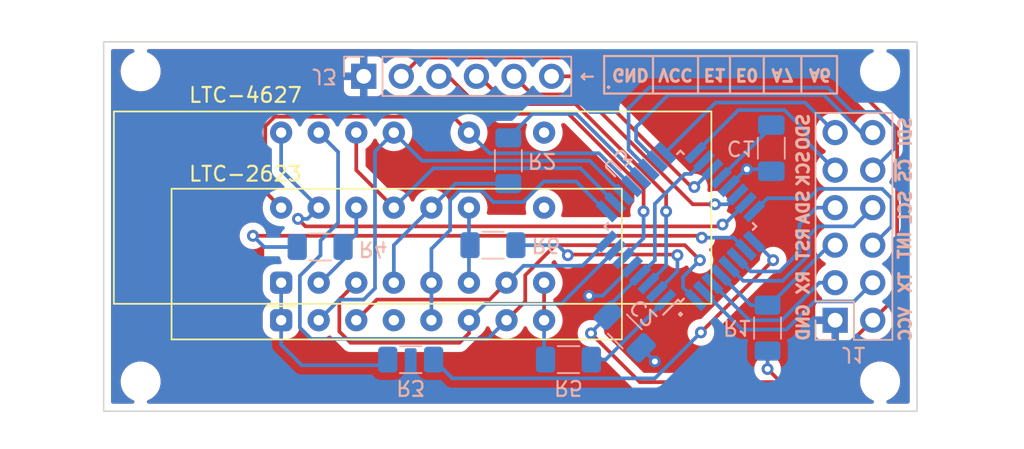
<source format=kicad_pcb>
(kicad_pcb (version 20221018) (generator pcbnew)
  (layers (0 "F.Cu" signal) (31 "B.Cu" signal) (34 "B.Paste" user) (35 "F.Paste" user) (36 "B.SilkS" user "B.Silkscreen") (37 "F.SilkS" user "F.Silkscreen") (38 "B.Mask" user) (39 "F.Mask" user) (44 "Edge.Cuts" user))
  (net 0 "")
  (net 1 "/CA1")
  (net 2 "/CA2")
  (net 3 "/D")
  (net 4 "/CAL")
  (net 5 "/E")
  (net 6 "/CA3")
  (net 7 "/DP")
  (net 8 "/CA4")
  (net 10 "/F")
  (net 11 "/C")
  (net 12 "/A")
  (net 13 "/G")
  (net 14 "/B")
  (net 17 "/PE0")
  (net 18 "/PE1")
  (net 19 "/INT")
  (net 20 "Net-(U3-AREF)")
  (net 21 "GND")
  (net 22 "VCC")
  (net 23 "/RESET")
  (net 24 "/~{CS}")
  (net 25 "/MOSI")
  (net 26 "/MISO")
  (net 27 "/SCK")
  (net 28 "/ADC6")
  (net 29 "/ADC7")
  (net 30 "/SDA")
  (net 31 "/SCL")
  (net 32 "/RX")
  (net 33 "/TX")
  (net 34 "Net-(U3-PB1)")
  (net 35 "Net-(U3-PC2)")
  (net 36 "Net-(U3-PC3)")
  (net 37 "Net-(U3-PD3)")
  (net 38 "Net-(U3-PD4)")
  (footprint "MountingHole:MountingHole_2.2mm_M2" (layer "F.Cu") (at 143.5 137.5)
    (fp_text reference "REF**" hide)
    (fp_text value "MountingHole_2.2mm_M2")
    (pad "" np_thru_hole circle (at 0 0) (size 2.2 2.2) (drill 2.2) (layers "*.Cu" "*.Mask"))
  )
  (footprint "MountingHole:MountingHole_2.2mm_M2" (layer "F.Cu") (at 93.5 137.5)
    (fp_text reference "REF**" hide)
    (fp_text value "MountingHole_2.2mm_M2")
    (pad "" np_thru_hole circle (at 0 0) (size 2.2 2.2) (drill 2.2) (layers "*.Cu" "*.Mask"))
  )
  (footprint "MountingHole:MountingHole_2.2mm_M2" (layer "F.Cu") (at 143.5 116.5)
    (fp_text reference "REF**" hide)
    (fp_text value "MountingHole_2.2mm_M2")
    (pad "" np_thru_hole circle (at 0 0) (size 2.2 2.2) (drill 2.2) (layers "*.Cu" "*.Mask"))
  )
  (footprint "7seg_lib:LTC-4627Jx" (layer "F.Cu") (at 103 130.81 90)
    (fp_text reference "U1")
    (fp_text value "LTC-4627JR")
    (fp_line (start -1.6 -1) (end -1.6 1) (stroke (width 0.12)) (layer "F.SilkS"))
    (fp_line (start -1.43 -11.31) (end -1.43 29.09) (stroke (width 0.12)) (layer "F.SilkS"))
    (fp_line (start -1.43 -11.31) (end 11.59 -11.31) (stroke (width 0.12)) (layer "F.SilkS"))
    (fp_line (start -1.43 29.09) (end 11.59 29.09) (stroke (width 0.12)) (layer "F.SilkS"))
    (fp_line (start 11.59 -11.31) (end 11.59 29.09) (stroke (width 0.12)) (layer "F.SilkS"))
    (pad "1" thru_hole roundrect (at 0 0 90) (size 1.5 1.5) (drill 0.7) (layers "*.Cu" "*.Mask") (net 1 "/CA1"))
    (pad "2" thru_hole circle (at 0 2.54 90) (size 1.5 1.5) (drill 0.7) (layers "*.Cu" "*.Mask") (net 2 "/CA2"))
    (pad "3" thru_hole circle (at 0 5.08 90) (size 1.5 1.5) (drill 0.7) (layers "*.Cu" "*.Mask") (net 3 "/D"))
    (pad "4" thru_hole circle (at 0 7.62 90) (size 1.5 1.5) (drill 0.7) (layers "*.Cu" "*.Mask") (net 4 "/CAL"))
    (pad "5" thru_hole circle (at 0 10.16 90) (size 1.5 1.5) (drill 0.7) (layers "*.Cu" "*.Mask") (net 5 "/E"))
    (pad "6" thru_hole circle (at 0 12.7 90) (size 1.5 1.5) (drill 0.7) (layers "*.Cu" "*.Mask") (net 6 "/CA3"))
    (pad "7" thru_hole circle (at 0 15.24 90) (size 1.5 1.5) (drill 0.7) (layers "*.Cu" "*.Mask") (net 7 "/DP"))
    (pad "8" thru_hole circle (at 0 17.78 90) (size 1.5 1.5) (drill 0.7) (layers "*.Cu" "*.Mask") (net 8 "/CA4"))
    (pad "9" thru_hole circle (at 10.16 17.78 90) (size 1.5 1.5) (drill 0.7) (layers "*.Cu" "*.Mask"))
    (pad "11" thru_hole circle (at 10.16 12.7 90) (size 1.5 1.5) (drill 0.7) (layers "*.Cu" "*.Mask") (net 10 "/F"))
    (pad "13" thru_hole circle (at 10.16 7.62 90) (size 1.5 1.5) (drill 0.7) (layers "*.Cu" "*.Mask") (net 11 "/C"))
    (pad "14" thru_hole circle (at 10.16 5.08 90) (size 1.5 1.5) (drill 0.7) (layers "*.Cu" "*.Mask") (net 12 "/A"))
    (pad "15" thru_hole circle (at 10.16 2.54 90) (size 1.5 1.5) (drill 0.7) (layers "*.Cu" "*.Mask") (net 13 "/G"))
    (pad "16" thru_hole circle (at 10.16 0 90) (size 1.5 1.5) (drill 0.7) (layers "*.Cu" "*.Mask") (net 14 "/B"))
  )
  (footprint "7seg_lib:LTC-2623Jx" (layer "F.Cu") (at 103 133.35 90)
    (fp_text reference "U2")
    (fp_text value "LTC-2623JD")
    (fp_rect (start -1.3 -7.41) (end 8.9 23.04) (stroke (width 0.12)) (fill none) (layer "F.SilkS"))
    (pad "1" thru_hole roundrect (at 0 0 90) (size 1.5 1.5) (drill 0.7) (layers "*.Cu" "*.Mask") (net 1 "/CA1"))
    (pad "2" thru_hole circle (at 0 2.54 90) (size 1.5 1.5) (drill 0.7) (layers "*.Cu" "*.Mask") (net 11 "/C"))
    (pad "3" thru_hole circle (at 0 5.08 90) (size 1.5 1.5) (drill 0.7) (layers "*.Cu" "*.Mask") (net 7 "/DP"))
    (pad "4" thru_hole circle (at 0 7.62 90) (size 1.5 1.5) (drill 0.7) (layers "*.Cu" "*.Mask"))
    (pad "5" thru_hole circle (at 0 10.16 90) (size 1.5 1.5) (drill 0.7) (layers "*.Cu" "*.Mask") (net 5 "/E"))
    (pad "6" thru_hole circle (at 0 12.7 90) (size 1.5 1.5) (drill 0.7) (layers "*.Cu" "*.Mask") (net 3 "/D"))
    (pad "7" thru_hole circle (at 0 15.24 90) (size 1.5 1.5) (drill 0.7) (layers "*.Cu" "*.Mask") (net 13 "/G"))
    (pad "8" thru_hole circle (at 0 17.78 90) (size 1.5 1.5) (drill 0.7) (layers "*.Cu" "*.Mask") (net 8 "/CA4"))
    (pad "9" thru_hole circle (at 7.62 17.78 90) (size 1.5 1.5) (drill 0.7) (layers "*.Cu" "*.Mask"))
    (pad "11" thru_hole circle (at 7.62 12.7 90) (size 1.5 1.5) (drill 0.7) (layers "*.Cu" "*.Mask") (net 6 "/CA3"))
    (pad "12" thru_hole circle (at 7.62 10.16 90) (size 1.5 1.5) (drill 0.7) (layers "*.Cu" "*.Mask") (net 4 "/CAL"))
    (pad "13" thru_hole circle (at 7.62 7.62 90) (size 1.5 1.5) (drill 0.7) (layers "*.Cu" "*.Mask") (net 12 "/A"))
    (pad "14" thru_hole circle (at 7.62 5.08 90) (size 1.5 1.5) (drill 0.7) (layers "*.Cu" "*.Mask") (net 2 "/CA2"))
    (pad "15" thru_hole circle (at 7.62 2.54 90) (size 1.5 1.5) (drill 0.7) (layers "*.Cu" "*.Mask") (net 14 "/B"))
    (pad "16" thru_hole circle (at 7.62 0 90) (size 1.5 1.5) (drill 0.7) (layers "*.Cu" "*.Mask") (net 10 "/F"))
  )
  (footprint "MountingHole:MountingHole_2.2mm_M2" (layer "F.Cu") (at 93.5 116.5)
    (fp_text reference "REF**" hide)
    (fp_text value "MountingHole_2.2mm_M2")
    (pad "" np_thru_hole circle (at 0 0) (size 2.2 2.2) (drill 2.2) (layers "*.Cu" "*.Mask"))
  )
  (footprint "Capacitor_SMD:C_1206_3216Metric_Pad1.33x1.80mm_HandSolder" (layer "B.Cu") (at 136.144 121.7045 -90)
    (fp_text reference "C1" (at 0 2.032 -180 unlocked) (layer "B.SilkS") (effects (justify mirror)))
    (fp_text value "0.1uF")
    (fp_line (start -0.711252 -0.91) (end 0.711252 -0.91) (stroke (width 0.12)) (layer "B.SilkS"))
    (fp_line (start -0.711252 0.91) (end 0.711252 0.91) (stroke (width 0.12)) (layer "B.SilkS"))
    (pad "1" smd roundrect (at -1.5625 0 270) (size 1.325 1.8) (layers "B.Cu" "B.Paste" "B.Mask") (roundrect_rratio 0.188679) (net 20 "Net-(U3-AREF)"))
    (pad "2" smd roundrect (at 1.5625 0 270) (size 1.325 1.8) (layers "B.Cu" "B.Paste" "B.Mask") (roundrect_rratio 0.188679) (net 21 "GND"))
  )
  (footprint "Resistor_SMD:R_1206_3216Metric_Pad1.30x1.75mm_HandSolder" (layer "B.Cu") (at 118.364 122.555 -90)
    (fp_text reference "R2" (at 0 -2.286 -180 unlocked) (layer "B.SilkS") (effects (justify mirror)))
    (fp_text value "220")
    (fp_line (start -0.727064 -0.91) (end 0.727064 -0.91) (stroke (width 0.12)) (layer "B.SilkS"))
    (fp_line (start -0.727064 0.91) (end 0.727064 0.91) (stroke (width 0.12)) (layer "B.SilkS"))
    (pad "1" smd roundrect (at -1.55 0 270) (size 1.3 1.75) (layers "B.Cu" "B.Paste" "B.Mask") (roundrect_rratio 0.192308) (net 34 "Net-(U3-PB1)"))
    (pad "2" smd roundrect (at 1.55 0 270) (size 1.3 1.75) (layers "B.Cu" "B.Paste" "B.Mask") (roundrect_rratio 0.192308) (net 4 "/CAL"))
  )
  (footprint "Connector_PinHeader_2.54mm:PinHeader_2x06_P2.54mm_Vertical" (layer "B.Cu") (at 140.462 133.35)
    (fp_text reference "J1" (at 1.27 2.33 180 unlocked) (layer "B.SilkS") (effects (justify mirror)))
    (fp_text value "Conn_02x06_Odd_Even")
    (fp_line (start -1.33 -14.03) (end 3.87 -14.03) (stroke (width 0.12)) (layer "B.SilkS"))
    (fp_line (start -1.33 -1.27) (end -1.33 -14.03) (stroke (width 0.12)) (layer "B.SilkS"))
    (fp_line (start -1.33 -1.27) (end 1.27 -1.27) (stroke (width 0.12)) (layer "B.SilkS"))
    (fp_line (start -1.33 0) (end -1.33 1.33) (stroke (width 0.12)) (layer "B.SilkS"))
    (fp_line (start -1.33 1.33) (end 0 1.33) (stroke (width 0.12)) (layer "B.SilkS"))
    (fp_line (start 1.27 -1.27) (end 1.27 1.33) (stroke (width 0.12)) (layer "B.SilkS"))
    (fp_line (start 1.27 1.33) (end 3.87 1.33) (stroke (width 0.12)) (layer "B.SilkS"))
    (fp_line (start 3.87 1.33) (end 3.87 -14.03) (stroke (width 0.12)) (layer "B.SilkS"))
    (pad "1" thru_hole rect (at 0 0) (size 1.7 1.7) (drill 1) (layers "*.Cu" "*.Mask") (net 21 "GND"))
    (pad "2" thru_hole oval (at 2.54 0) (size 1.7 1.7) (drill 1) (layers "*.Cu" "*.Mask") (net 22 "VCC"))
    (pad "3" thru_hole oval (at 0 -2.54) (size 1.7 1.7) (drill 1) (layers "*.Cu" "*.Mask") (net 32 "/RX"))
    (pad "4" thru_hole oval (at 2.54 -2.54) (size 1.7 1.7) (drill 1) (layers "*.Cu" "*.Mask") (net 33 "/TX"))
    (pad "5" thru_hole oval (at 0 -5.08) (size 1.7 1.7) (drill 1) (layers "*.Cu" "*.Mask") (net 23 "/RESET"))
    (pad "6" thru_hole oval (at 2.54 -5.08) (size 1.7 1.7) (drill 1) (layers "*.Cu" "*.Mask") (net 19 "/INT"))
    (pad "7" thru_hole oval (at 0 -7.62) (size 1.7 1.7) (drill 1) (layers "*.Cu" "*.Mask") (net 30 "/SDA"))
    (pad "8" thru_hole oval (at 2.54 -7.62) (size 1.7 1.7) (drill 1) (layers "*.Cu" "*.Mask") (net 31 "/SCL"))
    (pad "9" thru_hole oval (at 0 -10.16) (size 1.7 1.7) (drill 1) (layers "*.Cu" "*.Mask") (net 27 "/SCK"))
    (pad "10" thru_hole oval (at 2.54 -10.16) (size 1.7 1.7) (drill 1) (layers "*.Cu" "*.Mask") (net 24 "/~{CS}"))
    (pad "11" thru_hole oval (at 0 -12.7) (size 1.7 1.7) (drill 1) (layers "*.Cu" "*.Mask") (net 26 "/MISO"))
    (pad "12" thru_hole oval (at 2.54 -12.7) (size 1.7 1.7) (drill 1) (layers "*.Cu" "*.Mask") (net 25 "/MOSI"))
  )
  (footprint "Resistor_SMD:R_1206_3216Metric_Pad1.30x1.75mm_HandSolder" (layer "B.Cu") (at 135.89 133.884 90)
    (fp_text reference "R1" (at 0.026 -2.032 180 unlocked) (layer "B.SilkS") (effects (justify mirror)))
    (fp_text value "R")
    (fp_line (start -0.727064 -0.91) (end 0.727064 -0.91) (stroke (width 0.12)) (layer "B.SilkS"))
    (fp_line (start -0.727064 0.91) (end 0.727064 0.91) (stroke (width 0.12)) (layer "B.SilkS"))
    (pad "1" smd roundrect (at -1.55 0 90) (size 1.3 1.75) (layers "B.Cu" "B.Paste" "B.Mask") (roundrect_rratio 0.192308) (net 22 "VCC"))
    (pad "2" smd roundrect (at 1.55 0 90) (size 1.3 1.75) (layers "B.Cu" "B.Paste" "B.Mask") (roundrect_rratio 0.192308) (net 23 "/RESET"))
  )
  (footprint "Resistor_SMD:R_1206_3216Metric_Pad1.30x1.75mm_HandSolder" (layer "B.Cu") (at 111.76 136.017 180)
    (fp_text reference "R3" (at 0 -1.905 180 unlocked) (layer "B.SilkS") (effects (justify mirror)))
    (fp_text value "220")
    (fp_line (start -0.727064 -0.91) (end 0.727064 -0.91) (stroke (width 0.12)) (layer "B.SilkS"))
    (fp_line (start -0.727064 0.91) (end 0.727064 0.91) (stroke (width 0.12)) (layer "B.SilkS"))
    (pad "1" smd roundrect (at -1.55 0 180) (size 1.3 1.75) (layers "B.Cu" "B.Paste" "B.Mask") (roundrect_rratio 0.192308) (net 35 "Net-(U3-PC2)"))
    (pad "2" smd roundrect (at 1.55 0 180) (size 1.3 1.75) (layers "B.Cu" "B.Paste" "B.Mask") (roundrect_rratio 0.192308) (net 1 "/CA1"))
  )
  (footprint "Capacitor_SMD:C_1206_3216Metric_Pad1.33x1.80mm_HandSolder" (layer "B.Cu") (at 126.238 134.112 -45)
    (fp_text reference "C2" (at 0 -1.796051 135 unlocked) (layer "B.SilkS") (effects (justify mirror)))
    (fp_text value "0.1uF")
    (fp_line (start -0.711252 -0.91) (end 0.711252 -0.91) (stroke (width 0.12)) (layer "B.SilkS"))
    (fp_line (start -0.711252 0.91) (end 0.711252 0.91) (stroke (width 0.12)) (layer "B.SilkS"))
    (pad "1" smd roundrect (at -1.5625 0 315) (size 1.325 1.8) (layers "B.Cu" "B.Paste" "B.Mask") (roundrect_rratio 0.188679) (net 22 "VCC"))
    (pad "2" smd roundrect (at 1.5625 0 315) (size 1.325 1.8) (layers "B.Cu" "B.Paste" "B.Mask") (roundrect_rratio 0.188679) (net 21 "GND"))
  )
  (footprint "Resistor_SMD:R_1206_3216Metric_Pad1.30x1.75mm_HandSolder" (layer "B.Cu") (at 117.322 128.27 180)
    (fp_text reference "R6" (at -3.582 0 180 unlocked) (layer "B.SilkS") (effects (justify mirror)))
    (fp_text value "220")
    (fp_line (start -0.727064 -0.91) (end 0.727064 -0.91) (stroke (width 0.12)) (layer "B.SilkS"))
    (fp_line (start -0.727064 0.91) (end 0.727064 0.91) (stroke (width 0.12)) (layer "B.SilkS"))
    (pad "1" smd roundrect (at -1.55 0 180) (size 1.3 1.75) (layers "B.Cu" "B.Paste" "B.Mask") (roundrect_rratio 0.192308) (net 38 "Net-(U3-PD4)"))
    (pad "2" smd roundrect (at 1.55 0 180) (size 1.3 1.75) (layers "B.Cu" "B.Paste" "B.Mask") (roundrect_rratio 0.192308) (net 6 "/CA3"))
  )
  (footprint "Resistor_SMD:R_1206_3216Metric_Pad1.30x1.75mm_HandSolder" (layer "B.Cu") (at 105.638 128.397)
    (fp_text reference "R4" (at 3.582 0.127 180 unlocked) (layer "B.SilkS") (effects (justify mirror)))
    (fp_text value "220")
    (fp_line (start -0.727064 -0.91) (end 0.727064 -0.91) (stroke (width 0.12)) (layer "B.SilkS"))
    (fp_line (start -0.727064 0.91) (end 0.727064 0.91) (stroke (width 0.12)) (layer "B.SilkS"))
    (pad "1" smd roundrect (at -1.55 0) (size 1.3 1.75) (layers "B.Cu" "B.Paste" "B.Mask") (roundrect_rratio 0.192308) (net 36 "Net-(U3-PC3)"))
    (pad "2" smd roundrect (at 1.55 0) (size 1.3 1.75) (layers "B.Cu" "B.Paste" "B.Mask") (roundrect_rratio 0.192308) (net 2 "/CA2"))
  )
  (footprint "Resistor_SMD:R_1206_3216Metric_Pad1.30x1.75mm_HandSolder" (layer "B.Cu") (at 122.428 136.017 180)
    (fp_text reference "R5" (at 0 -1.905 180 unlocked) (layer "B.SilkS") (effects (justify mirror)))
    (fp_text value "220")
    (fp_line (start -0.727064 -0.91) (end 0.727064 -0.91) (stroke (width 0.12)) (layer "B.SilkS"))
    (fp_line (start -0.727064 0.91) (end 0.727064 0.91) (stroke (width 0.12)) (layer "B.SilkS"))
    (pad "1" smd roundrect (at -1.55 0 180) (size 1.3 1.75) (layers "B.Cu" "B.Paste" "B.Mask") (roundrect_rratio 0.192308) (net 37 "Net-(U3-PD3)"))
    (pad "2" smd roundrect (at 1.55 0 180) (size 1.3 1.75) (layers "B.Cu" "B.Paste" "B.Mask") (roundrect_rratio 0.192308) (net 8 "/CA4"))
  )
  (footprint "Connector_PinHeader_2.54mm:PinHeader_1x06_P2.54mm_Vertical" (layer "B.Cu") (at 108.585 116.84 -90)
    (fp_text reference "J3" (at 0 2.667 -180 unlocked) (layer "B.SilkS") (effects (justify mirror)))
    (fp_text value "Conn_01x06")
    (fp_line (start -1.33 -14.03) (end 1.33 -14.03) (stroke (width 0.12)) (layer "B.SilkS"))
    (fp_line (start -1.33 -1.27) (end -1.33 -14.03) (stroke (width 0.12)) (layer "B.SilkS"))
    (fp_line (start -1.33 -1.27) (end 1.33 -1.27) (stroke (width 0.12)) (layer "B.SilkS"))
    (fp_line (start -1.33 0) (end -1.33 1.33) (stroke (width 0.12)) (layer "B.SilkS"))
    (fp_line (start -1.33 1.33) (end 0 1.33) (stroke (width 0.12)) (layer "B.SilkS"))
    (fp_line (start 1.33 -1.27) (end 1.33 -14.03) (stroke (width 0.12)) (layer "B.SilkS"))
    (pad "1" thru_hole rect (at 0 0 270) (size 1.7 1.7) (drill 1) (layers "*.Cu" "*.Mask") (net 21 "GND"))
    (pad "2" thru_hole oval (at 0 -2.54 270) (size 1.7 1.7) (drill 1) (layers "*.Cu" "*.Mask") (net 22 "VCC"))
    (pad "3" thru_hole oval (at 0 -5.08 270) (size 1.7 1.7) (drill 1) (layers "*.Cu" "*.Mask") (net 18 "/PE1"))
    (pad "4" thru_hole oval (at 0 -7.62 270) (size 1.7 1.7) (drill 1) (layers "*.Cu" "*.Mask") (net 17 "/PE0"))
    (pad "5" thru_hole oval (at 0 -10.16 270) (size 1.7 1.7) (drill 1) (layers "*.Cu" "*.Mask") (net 29 "/ADC7"))
    (pad "6" thru_hole oval (at 0 -12.7 270) (size 1.7 1.7) (drill 1) (layers "*.Cu" "*.Mask") (net 28 "/ADC6"))
  )
  (footprint "Package_QFP:TQFP-32_7x7mm_P0.8mm" (layer "B.Cu") (at 130 127 45)
    (fp_text reference "U3" (at 0.033941 -6.072633 225 unlocked) (layer "B.SilkS") (effects (justify mirror)))
    (fp_text value "ATmega328PB-A")
    (fp_line (start -3.625 -3.625) (end -3.625 -3.3) (stroke (width 0.15)) (layer "B.SilkS"))
    (fp_line (start -3.625 -3.625) (end -3.3 -3.625) (stroke (width 0.15)) (layer "B.SilkS"))
    (fp_line (start -3.625 3.4) (end -5.05 3.4) (stroke (width 0.15)) (layer "B.SilkS"))
    (fp_line (start -3.625 3.625) (end -3.625 3.4) (stroke (width 0.15)) (layer "B.SilkS"))
    (fp_line (start -3.625 3.625) (end -3.3 3.625) (stroke (width 0.15)) (layer "B.SilkS"))
    (fp_line (start 3.625 -3.625) (end 3.3 -3.625) (stroke (width 0.15)) (layer "B.SilkS"))
    (fp_line (start 3.625 -3.625) (end 3.625 -3.3) (stroke (width 0.15)) (layer "B.SilkS"))
    (fp_line (start 3.625 3.625) (end 3.3 3.625) (stroke (width 0.15)) (layer "B.SilkS"))
    (fp_line (start 3.625 3.625) (end 3.625 3.3) (stroke (width 0.15)) (layer "B.SilkS"))
    (pad "1" smd rect (at -4.25 2.8 45) (size 1.6 0.55) (layers "B.Cu" "B.Paste" "B.Mask") (net 37 "Net-(U3-PD3)"))
    (pad "2" smd rect (at -4.25 2 45) (size 1.6 0.55) (layers "B.Cu" "B.Paste" "B.Mask") (net 38 "Net-(U3-PD4)"))
    (pad "3" smd rect (at -4.25 1.2 45) (size 1.6 0.55) (layers "B.Cu" "B.Paste" "B.Mask") (net 17 "/PE0"))
    (pad "4" smd rect (at -4.25 0.4 45) (size 1.6 0.55) (layers "B.Cu" "B.Paste" "B.Mask") (net 22 "VCC"))
    (pad "5" smd rect (at -4.25 -0.4 45) (size 1.6 0.55) (layers "B.Cu" "B.Paste" "B.Mask") (net 21 "GND"))
    (pad "6" smd rect (at -4.25 -1.2 45) (size 1.6 0.55) (layers "B.Cu" "B.Paste" "B.Mask") (net 18 "/PE1"))
    (pad "7" smd rect (at -4.25 -2 45) (size 1.6 0.55) (layers "B.Cu" "B.Paste" "B.Mask") (net 3 "/D"))
    (pad "8" smd rect (at -4.25 -2.8 45) (size 1.6 0.55) (layers "B.Cu" "B.Paste" "B.Mask") (net 7 "/DP"))
    (pad "9" smd rect (at -2.8 -4.25 315) (size 1.6 0.55) (layers "B.Cu" "B.Paste" "B.Mask") (net 5 "/E"))
    (pad "10" smd rect (at -2 -4.25 315) (size 1.6 0.55) (layers "B.Cu" "B.Paste" "B.Mask") (net 12 "/A"))
    (pad "11" smd rect (at -1.2 -4.25 315) (size 1.6 0.55) (layers "B.Cu" "B.Paste" "B.Mask") (net 11 "/C"))
    (pad "12" smd rect (at -0.4 -4.25 315) (size 1.6 0.55) (layers "B.Cu" "B.Paste" "B.Mask") (net 10 "/F"))
    (pad "13" smd rect (at 0.4 -4.25 315) (size 1.6 0.55) (layers "B.Cu" "B.Paste" "B.Mask") (net 34 "Net-(U3-PB1)"))
    (pad "14" smd rect (at 1.2 -4.25 315) (size 1.6 0.55) (layers "B.Cu" "B.Paste" "B.Mask") (net 24 "/~{CS}"))
    (pad "15" smd rect (at 2 -4.25 315) (size 1.6 0.55) (layers "B.Cu" "B.Paste" "B.Mask") (net 25 "/MOSI"))
    (pad "16" smd rect (at 2.8 -4.25 315) (size 1.6 0.55) (layers "B.Cu" "B.Paste" "B.Mask") (net 26 "/MISO"))
    (pad "17" smd rect (at 4.25 -2.8 45) (size 1.6 0.55) (layers "B.Cu" "B.Paste" "B.Mask") (net 27 "/SCK"))
    (pad "18" smd rect (at 4.25 -2 45) (size 1.6 0.55) (layers "B.Cu" "B.Paste" "B.Mask") (net 22 "VCC"))
    (pad "19" smd rect (at 4.25 -1.2 45) (size 1.6 0.55) (layers "B.Cu" "B.Paste" "B.Mask") (net 28 "/ADC6"))
    (pad "20" smd rect (at 4.25 -0.4 45) (size 1.6 0.55) (layers "B.Cu" "B.Paste" "B.Mask") (net 20 "Net-(U3-AREF)"))
    (pad "21" smd rect (at 4.25 0.4 45) (size 1.6 0.55) (layers "B.Cu" "B.Paste" "B.Mask") (net 21 "GND"))
    (pad "22" smd rect (at 4.25 1.2 45) (size 1.6 0.55) (layers "B.Cu" "B.Paste" "B.Mask") (net 29 "/ADC7"))
    (pad "23" smd rect (at 4.25 2 45) (size 1.6 0.55) (layers "B.Cu" "B.Paste" "B.Mask") (net 14 "/B"))
    (pad "24" smd rect (at 4.25 2.8 45) (size 1.6 0.55) (layers "B.Cu" "B.Paste" "B.Mask") (net 19 "/INT"))
    (pad "25" smd rect (at 2.8 4.25 315) (size 1.6 0.55) (layers "B.Cu" "B.Paste" "B.Mask") (net 35 "Net-(U3-PC2)"))
    (pad "26" smd rect (at 2 4.25 315) (size 1.6 0.55) (layers "B.Cu" "B.Paste" "B.Mask") (net 36 "Net-(U3-PC3)"))
    (pad "27" smd rect (at 1.2 4.25 315) (size 1.6 0.55) (layers "B.Cu" "B.Paste" "B.Mask") (net 30 "/SDA"))
    (pad "28" smd rect (at 0.4 4.25 315) (size 1.6 0.55) (layers "B.Cu" "B.Paste" "B.Mask") (net 31 "/SCL"))
    (pad "29" smd rect (at -0.4 4.25 315) (size 1.6 0.55) (layers "B.Cu" "B.Paste" "B.Mask") (net 23 "/RESET"))
    (pad "30" smd rect (at -1.2 4.25 315) (size 1.6 0.55) (layers "B.Cu" "B.Paste" "B.Mask") (net 32 "/RX"))
    (pad "31" smd rect (at -2 4.25 315) (size 1.6 0.55) (layers "B.Cu" "B.Paste" "B.Mask") (net 33 "/TX"))
    (pad "32" smd rect (at -2.8 4.25 315) (size 1.6 0.55) (layers "B.Cu" "B.Paste" "B.Mask") (net 13 "/G"))
  )
  (gr_line (start 138.176 115.4684) (end 138.176 117.8814) (stroke (width 0.15)) (layer "B.SilkS"))
  (gr_line (start 128.143 115.5319) (end 128.143 117.9449) (stroke (width 0.15)) (layer "B.SilkS"))
  (gr_line (start 133.35 115.5319) (end 133.35 117.9449) (stroke (width 0.15)) (layer "B.SilkS"))
  (gr_line (start 135.636 115.5319) (end 135.636 117.9449) (stroke (width 0.15)) (layer "B.SilkS"))
  (gr_line (start 131.191 115.5319) (end 131.191 117.9449) (stroke (width 0.15)) (layer "B.SilkS"))
  (gr_rect (start 124.841 115.4684) (end 140.589 118.0084) (stroke (width 0.15)) (fill none) (layer "B.SilkS"))
  (gr_rect (start 90.996 114.508) (end 145.996 139.508) (stroke (width 0.1)) (fill none) (layer "Edge.Cuts"))
  (gr_text "VCC" (at 129.667 116.7384 180) (layer "B.SilkS") (effects (font (size 0.8 0.8) (thickness 0.2) bold) (justify mirror)))
  (gr_text "A6" (at 139.446 116.7384 180) (layer "B.SilkS") (effects (font (size 0.8 0.8) (thickness 0.2) bold) (justify mirror)))
  (gr_text "." (at 125.476 117.7544) (layer "B.SilkS") (effects (font (size 1 1)) (justify left bottom mirror)))
  (gr_text "TX" (at 145.2 130.8 90) (layer "B.SilkS") (effects (font (size 0.8 0.8) (thickness 0.2) bold) (justify mirror)))
  (gr_text "SDO" (at 138.3 120.6 90) (layer "B.SilkS") (effects (font (size 0.8 0.8) (thickness 0.2) bold) (justify mirror)))
  (gr_text "A7" (at 136.906 116.7384 180) (layer "B.SilkS") (effects (font (size 0.8 0.8) (thickness 0.2) bold) (justify mirror)))
  (gr_text "RST\n" (at 138.3 128.2 90) (layer "B.SilkS") (effects (font (size 0.8 0.8) (thickness 0.2) bold) (justify mirror)))
  (gr_text "VCC" (at 145.2 133.6 90) (layer "B.SilkS") (effects (font (size 0.8 0.8) (thickness 0.2) bold) (justify mirror)))
  (gr_text "E0" (at 134.493 116.7384 180) (layer "B.SilkS") (effects (font (size 0.8 0.8) (thickness 0.2) bold) (justify mirror)))
  (gr_text "GND" (at 138.3 133.5 90) (layer "B.SilkS") (effects (font (size 0.8 0.8) (thickness 0.2) bold) (justify mirror)))
  (gr_text "SDI" (at 145.2 120.6 90) (layer "B.SilkS") (effects (font (size 0.8 0.8) (thickness 0.2) bold) (justify mirror)))
  (gr_text "~{CS}" (at 145.2 123.2 90) (layer "B.SilkS") (effects (font (size 0.8 0.8) (thickness 0.2) bold) (justify mirror)))
  (gr_text "→" (at 123.698 116.7892) (layer "B.SilkS") (effects (font (size 1 1)) (justify mirror)))
  (gr_text "SCL\n" (at 145.2 125.7 90) (layer "B.SilkS") (effects (font (size 0.8 0.8) (thickness 0.2) bold) (justify mirror)))
  (gr_text "E1" (at 132.334 116.7384 180) (layer "B.SilkS") (effects (font (size 0.8 0.8) (thickness 0.2) bold) (justify mirror)))
  (gr_text "SDA\n" (at 138.3 125.7 90) (layer "B.SilkS") (effects (font (size 0.8 0.8) (thickness 0.2) bold) (justify mirror)))
  (gr_text "RX" (at 138.3 130.8 90) (layer "B.SilkS") (effects (font (size 0.8 0.8) (thickness 0.2) bold) (justify mirror)))
  (gr_text "SCK" (at 138.3 123.1 90) (layer "B.SilkS") (effects (font (size 0.8 0.8) (thickness 0.2) bold) (justify mirror)))
  (gr_text "." (at 130 132.126524) (layer "B.SilkS") (effects (font (size 2 2)) (justify mirror)))
  (gr_text "GND" (at 126.619 116.7384 180) (layer "B.SilkS") (effects (font (size 0.8 0.8) (thickness 0.2) bold) (justify mirror)))
  (gr_text "INT" (at 145.161 128.27 90) (layer "B.SilkS") (effects (font (size 0.8 0.8) (thickness 0.2) bold) (justify mirror)))
  (gr_text "LTC-4627" (at 100.584 118.11) (layer "F.SilkS") (effects (font (size 1 1))))
  (gr_text "LTC-2623" (at 100.584 123.444) (layer "F.SilkS") (effects (font (size 1 1))))
  (segment (start 109.829 136.398) (end 104.394 136.398) (width 0.25) (layer "B.Cu") (net 1))
  (segment (start 103 130.81) (end 103 133.35) (width 0.25) (layer "B.Cu") (net 1))
  (segment (start 104.394 136.398) (end 103 135.004) (width 0.25) (layer "B.Cu") (net 1))
  (segment (start 103 135.004) (end 103 133.35) (width 0.25) (layer "B.Cu") (net 1))
  (segment (start 110.21 136.017) (end 109.829 136.398) (width 0.25) (layer "B.Cu") (net 1))
  (segment (start 108.08 125.73) (end 108.08 127.505) (width 0.25) (layer "B.Cu") (net 2))
  (segment (start 107.188 129.272) (end 105.65 130.81) (width 0.25) (layer "B.Cu") (net 2))
  (segment (start 107.188 128.397) (end 107.188 129.272) (width 0.25) (layer "B.Cu") (net 2))
  (segment (start 105.65 130.81) (end 105.54 130.81) (width 0.25) (layer "B.Cu") (net 2))
  (segment (start 108.08 127.505) (end 107.188 128.397) (width 0.25) (layer "B.Cu") (net 2))
  (segment (start 108.08 130.81) (end 107.0526 131.8374) (width 0.25) (layer "F.Cu") (net 3))
  (segment (start 106.934 134.112) (end 107.696 134.874) (width 0.25) (layer "F.Cu") (net 3))
  (segment (start 107.696 134.874) (end 115.062 134.874) (width 0.25) (layer "F.Cu") (net 3))
  (segment (start 107.0496 131.8374) (end 106.934 131.953) (width 0.25) (layer "F.Cu") (net 3))
  (segment (start 115.062 134.874) (end 115.7 134.236) (width 0.25) (layer "F.Cu") (net 3))
  (segment (start 115.7 134.236) (end 115.7 133.35) (width 0.25) (layer "F.Cu") (net 3))
  (segment (start 106.934 131.953) (end 106.934 134.112) (width 0.25) (layer "F.Cu") (net 3))
  (segment (start 107.0526 131.8374) (end 107.0496 131.8374) (width 0.25) (layer "F.Cu") (net 3))
  (segment (start 115.7 133.35) (end 116.8102 132.2398) (width 0.25) (layer "B.Cu") (net 3))
  (segment (start 121.94828 132.2398) (end 125.580583 128.607497) (width 0.25) (layer "B.Cu") (net 3))
  (segment (start 125.580583 128.607497) (end 125.580583 128.59099) (width 0.25) (layer "B.Cu") (net 3))
  (segment (start 116.8102 132.2398) (end 121.94828 132.2398) (width 0.25) (layer "B.Cu") (net 3))
  (segment (start 113.16 125.73) (end 110.62 128.27) (width 0.25) (layer "B.Cu") (net 4))
  (segment (start 110.62 128.27) (end 110.62 130.81) (width 0.25) (layer "B.Cu") (net 4))
  (segment (start 118.364 124.105) (end 114.785 124.105) (width 0.25) (layer "B.Cu") (net 4))
  (segment (start 114.785 124.105) (end 113.16 125.73) (width 0.25) (layer "B.Cu") (net 4))
  (segment (start 113.16 128.527) (end 113.16 130.81) (width 0.25) (layer "B.Cu") (net 5))
  (segment (start 114.427 125.222) (end 114.427 127.254) (width 0.25) (layer "B.Cu") (net 5))
  (segment (start 125.014897 125.974695) (end 124.958695 125.974695) (width 0.25) (layer "B.Cu") (net 5))
  (segment (start 117.348 125.349) (end 116.586 124.587) (width 0.25) (layer "B.Cu") (net 5))
  (segment (start 114.427 127.254) (end 113.157 128.524) (width 0.25) (layer "B.Cu") (net 5))
  (segment (start 122.936 123.952) (end 120.777 123.952) (width 0.25) (layer "B.Cu") (net 5))
  (segment (start 115.062 124.587) (end 114.427 125.222) (width 0.25) (layer "B.Cu") (net 5))
  (segment (start 119.38 125.349) (end 117.348 125.349) (width 0.25) (layer "B.Cu") (net 5))
  (segment (start 116.586 124.587) (end 115.062 124.587) (width 0.25) (layer "B.Cu") (net 5))
  (segment (start 120.777 123.952) (end 119.38 125.349) (width 0.25) (layer "B.Cu") (net 5))
  (segment (start 124.958695 125.974695) (end 122.936 123.952) (width 0.25) (layer "B.Cu") (net 5))
  (segment (start 113.157 128.524) (end 113.16 128.527) (width 0.25) (layer "B.Cu") (net 5))
  (segment (start 113.16 130.81) (end 113.16 133.35) (width 0.25) (layer "B.Cu") (net 5))
  (segment (start 115.7 130.81) (end 115.7 128.342) (width 0.25) (layer "B.Cu") (net 6))
  (segment (start 115.7 125.73) (end 115.7 128.198) (width 0.25) (layer "B.Cu") (net 6))
  (segment (start 115.7 128.342) (end 115.772 128.27) (width 0.25) (layer "B.Cu") (net 6))
  (segment (start 115.7 128.198) (end 115.772 128.27) (width 0.25) (layer "B.Cu") (net 6))
  (segment (start 108.08 133.35) (end 109.477 131.953) (width 0.25) (layer "F.Cu") (net 7))
  (segment (start 117.097 131.953) (end 118.24 130.81) (width 0.25) (layer "F.Cu") (net 7))
  (segment (start 109.477 131.953) (end 117.097 131.953) (width 0.25) (layer "F.Cu") (net 7))
  (segment (start 118.24 130.81) (end 119.383 129.667) (width 0.25) (layer "B.Cu") (net 7))
  (segment (start 119.383 129.667) (end 123.373202 129.667) (width 0.25) (layer "B.Cu") (net 7))
  (segment (start 123.373202 129.667) (end 125.014897 128.025305) (width 0.25) (layer "B.Cu") (net 7))
  (segment (start 120.78 130.81) (end 120.78 133.35) (width 0.25) (layer "F.Cu") (net 8))
  (segment (start 120.78 135.919) (end 120.878 136.017) (width 0.25) (layer "B.Cu") (net 8))
  (segment (start 120.78 133.35) (end 120.78 135.919) (width 0.25) (layer "B.Cu") (net 8))
  (segment (start 103 125.73) (end 101.925 124.655) (width 0.25) (layer "F.Cu") (net 10))
  (segment (start 101.925 120.21139) (end 102.56139 119.575) (width 0.25) (layer "F.Cu") (net 10))
  (segment (start 101.925 124.655) (end 101.925 120.21139) (width 0.25) (layer "F.Cu") (net 10))
  (segment (start 114.625 119.575) (end 115.7 120.65) (width 0.25) (layer "F.Cu") (net 10))
  (segment (start 102.56139 119.575) (end 114.625 119.575) (width 0.25) (layer "F.Cu") (net 10))
  (segment (start 117.094 122.047) (end 124.481314 122.047) (width 0.25) (layer "B.Cu") (net 10))
  (segment (start 124.481314 122.047) (end 126.711953 124.277639) (width 0.25) (layer "B.Cu") (net 10))
  (segment (start 117.094 122.044) (end 117.094 122.047) (width 0.25) (layer "B.Cu") (net 10))
  (segment (start 115.7 120.65) (end 117.094 122.044) (width 0.25) (layer "B.Cu") (net 10))
  (segment (start 106.937 131.953) (end 108.585 131.953) (width 0.25) (layer "B.Cu") (net 11))
  (segment (start 109.347 131.191) (end 109.347 121.923) (width 0.25) (layer "B.Cu") (net 11))
  (segment (start 108.585 131.953) (end 109.347 131.191) (width 0.25) (layer "B.Cu") (net 11))
  (segment (start 123.857944 122.555) (end 126.146268 124.843324) (width 0.25) (layer "B.Cu") (net 11))
  (segment (start 110.62 120.65) (end 112.525 122.555) (width 0.25) (layer "B.Cu") (net 11))
  (segment (start 105.54 133.35) (end 106.937 131.953) (width 0.25) (layer "B.Cu") (net 11))
  (segment (start 109.347 121.923) (end 110.62 120.65) (width 0.25) (layer "B.Cu") (net 11))
  (segment (start 112.525 122.555) (end 123.857944 122.555) (width 0.25) (layer "B.Cu") (net 11))
  (segment (start 108.08 123.19) (end 110.62 125.73) (width 0.25) (layer "F.Cu") (net 12))
  (segment (start 108.08 120.65) (end 108.08 123.19) (width 0.25) (layer "F.Cu") (net 12))
  (segment (start 110.62 125.73) (end 113.287 123.063) (width 0.25) (layer "B.Cu") (net 12))
  (segment (start 123.234573 123.063) (end 125.580583 125.40901) (width 0.25) (layer "B.Cu") (net 12))
  (segment (start 113.287 123.063) (end 123.234573 123.063) (width 0.25) (layer "B.Cu") (net 12))
  (segment (start 121.539 128.27) (end 119.507 130.302) (width 0.25) (layer "F.Cu") (net 13))
  (segment (start 119.507 132.083) (end 118.24 133.35) (width 0.25) (layer "F.Cu") (net 13))
  (segment (start 119.507 130.302) (end 119.507 132.083) (width 0.25) (layer "F.Cu") (net 13))
  (segment (start 130.302 128.27) (end 121.539 128.27) (width 0.25) (layer "F.Cu") (net 13))
  (segment (start 131.318 129.286) (end 130.302 128.27) (width 0.25) (layer "F.Cu") (net 13))
  (via (at 131.318 129.286) (size 0.8) (drill 0.4) (layers "F.Cu" "B.Cu") (net 13))
  (segment (start 104.267 130.346858) (end 104.267 133.858) (width 0.25) (layer "B.Cu") (net 13))
  (segment (start 106.8494 121.9594) (end 106.8494 126.772589) (width 0.25) (layer "B.Cu") (net 13))
  (segment (start 130.175 130.429) (end 130.175 131.134798) (width 0.25) (layer "B.Cu") (net 13))
  (segment (start 130.175 131.134798) (end 131.025305 131.985103) (width 0.25) (layer "B.Cu") (net 13))
  (segment (start 105.664 127.957989) (end 105.664 128.949858) (width 0.25) (layer "B.Cu") (net 13))
  (segment (start 105.029 134.62) (end 116.97 134.62) (width 0.25) (layer "B.Cu") (net 13))
  (segment (start 104.267 133.858) (end 105.029 134.62) (width 0.25) (layer "B.Cu") (net 13))
  (segment (start 106.8494 126.772589) (end 105.664 127.957989) (width 0.25) (layer "B.Cu") (net 13))
  (segment (start 116.97 134.62) (end 118.24 133.35) (width 0.25) (layer "B.Cu") (net 13))
  (segment (start 105.54 120.65) (end 106.8494 121.9594) (width 0.25) (layer "B.Cu") (net 13))
  (segment (start 131.318 129.286) (end 130.175 130.429) (width 0.25) (layer "B.Cu") (net 13))
  (segment (start 105.664 128.949858) (end 104.267 130.346858) (width 0.25) (layer "B.Cu") (net 13))
  (segment (start 104.14 126.492) (end 104.648 127) (width 0.25) (layer "F.Cu") (net 14))
  (segment (start 104.648 127) (end 132.714998 127) (width 0.25) (layer "F.Cu") (net 14))
  (segment (start 132.714998 127) (end 132.842 126.872998) (width 0.25) (layer "F.Cu") (net 14))
  (via (at 104.14 126.492) (size 0.8) (drill 0.4) (layers "F.Cu" "B.Cu") (net 14))
  (via (at 132.842 126.872998) (size 0.8) (drill 0.4) (layers "F.Cu" "B.Cu") (net 14))
  (segment (start 103 123.19) (end 105.54 125.73) (width 0.25) (layer "B.Cu") (net 14))
  (segment (start 132.955429 126.872998) (end 132.842 126.872998) (width 0.25) (layer "B.Cu") (net 14))
  (segment (start 104.14 126.492) (end 104.778 126.492) (width 0.25) (layer "B.Cu") (net 14))
  (segment (start 103 120.65) (end 103 123.19) (width 0.25) (layer "B.Cu") (net 14))
  (segment (start 134.419417 125.40901) (end 132.955429 126.872998) (width 0.25) (layer "B.Cu") (net 14))
  (segment (start 104.778 126.492) (end 105.54 125.73) (width 0.25) (layer "B.Cu") (net 14))
  (segment (start 129.032 125.984) (end 129.032 124.841) (width 0.25) (layer "F.Cu") (net 17))
  (segment (start 122.9106 118.7196) (end 118.2751 118.7196) (width 0.25) (layer "F.Cu") (net 17))
  (segment (start 116.3955 116.84) (end 116.205 116.84) (width 0.25) (layer "F.Cu") (net 17))
  (segment (start 118.2751 118.7196) (end 116.3955 116.84) (width 0.25) (layer "F.Cu") (net 17))
  (segment (start 129.032 124.841) (end 122.9106 118.7196) (width 0.25) (layer "F.Cu") (net 17))
  (via (at 129.032 125.984) (size 0.8) (drill 0.4) (layers "F.Cu" "B.Cu") (net 17))
  (segment (start 129.032 129.665056) (end 129.032 125.984) (width 0.25) (layer "B.Cu") (net 17))
  (segment (start 127.843324 130.853732) (end 129.032 129.665056) (width 0.25) (layer "B.Cu") (net 17))
  (segment (start 114.3 116.84) (end 113.665 116.84) (width 0.25) (layer "F.Cu") (net 18))
  (segment (start 127.508 124.46) (end 122.428 119.38) (width 0.25) (layer "F.Cu") (net 18))
  (segment (start 116.713 118.237) (end 115.697 118.237) (width 0.25) (layer "F.Cu") (net 18))
  (segment (start 127.508 125.984) (end 127.508 124.46) (width 0.25) (layer "F.Cu") (net 18))
  (segment (start 117.856 119.38) (end 116.713 118.237) (width 0.25) (layer "F.Cu") (net 18))
  (segment (start 115.697 118.237) (end 114.3 116.84) (width 0.25) (layer "F.Cu") (net 18))
  (segment (start 122.428 119.38) (end 117.856 119.38) (width 0.25) (layer "F.Cu") (net 18))
  (via (at 127.508 125.984) (size 0.8) (drill 0.4) (layers "F.Cu" "B.Cu") (net 18))
  (segment (start 127.508 127.794944) (end 126.146268 129.156676) (width 0.25) (layer "B.Cu") (net 18))
  (segment (start 127.508 125.984) (end 127.508 127.794944) (width 0.25) (layer "B.Cu") (net 18))
  (segment (start 138.684 125.095) (end 139.319 124.46) (width 0.25) (layer "B.Cu") (net 19))
  (segment (start 144.272 127) (end 143.002 128.27) (width 0.25) (layer "B.Cu") (net 19))
  (segment (start 134.985103 125.974695) (end 135.010305 125.974695) (width 0.25) (layer "B.Cu") (net 19))
  (segment (start 143.637 124.46) (end 144.272 125.095) (width 0.25) (layer "B.Cu") (net 19))
  (segment (start 144.272 125.095) (end 144.272 127) (width 0.25) (layer "B.Cu") (net 19))
  (segment (start 139.319 124.46) (end 143.637 124.46) (width 0.25) (layer "B.Cu") (net 19))
  (segment (start 135.89 125.095) (end 138.684 125.095) (width 0.25) (layer "B.Cu") (net 19))
  (segment (start 135.010305 125.974695) (end 135.89 125.095) (width 0.25) (layer "B.Cu") (net 19))
  (segment (start 136.144 120.290314) (end 136.144 120.142) (width 0.1524) (layer "B.Cu") (net 20))
  (segment (start 132.849361 123.563639) (end 136.144 120.269) (width 0.25) (layer "B.Cu") (net 20))
  (segment (start 132.722361 123.563639) (end 132.849361 123.563639) (width 0.25) (layer "B.Cu") (net 20))
  (segment (start 132.722361 123.711953) (end 132.722361 123.563639) (width 0.1524) (layer "B.Cu") (net 20))
  (segment (start 136.144 120.269) (end 136.144 120.142) (width 0.25) (layer "B.Cu") (net 20))
  (via (at 128.27 136.144) (size 0.8) (drill 0.4) (layers "F.Cu" "B.Cu") (net 21))
  (via (at 123.825 131.699) (size 0.8) (drill 0.4) (layers "F.Cu" "B.Cu") (net 21))
  (via (at 134.490663 123.129653) (size 0.8) (drill 0.4) (layers "F.Cu" "B.Cu") (net 21))
  (segment (start 127.342854 135.216854) (end 128.27 136.144) (width 0.25) (layer "B.Cu") (net 21))
  (segment (start 134.436033 123.129653) (end 134.490663 123.129653) (width 0.25) (layer "B.Cu") (net 21))
  (segment (start 124.735314 131.699) (end 123.825 131.699) (width 0.25) (layer "B.Cu") (net 21))
  (segment (start 126.711953 129.722361) (end 124.735314 131.699) (width 0.25) (layer "B.Cu") (net 21))
  (segment (start 136.006653 123.129653) (end 136.144 123.267) (width 0.25) (layer "B.Cu") (net 21))
  (segment (start 134.490663 123.129653) (end 136.006653 123.129653) (width 0.25) (layer "B.Cu") (net 21))
  (segment (start 133.288047 124.277639) (end 134.436033 123.129653) (width 0.25) (layer "B.Cu") (net 21))
  (segment (start 144.653 131.699) (end 144.653 120.396) (width 0.25) (layer "F.Cu") (net 22))
  (segment (start 127.253994 137.541) (end 137.033 137.541) (width 0.25) (layer "F.Cu") (net 22))
  (segment (start 135.89 136.652) (end 136.779 137.541) (width 0.25) (layer "F.Cu") (net 22))
  (segment (start 144.653 120.396) (end 139.827 115.57) (width 0.25) (layer "F.Cu") (net 22))
  (segment (start 136.779 137.541) (end 137.033 137.541) (width 0.25) (layer "F.Cu") (net 22))
  (segment (start 138.811 137.541) (end 143.002 133.35) (width 0.25) (layer "F.Cu") (net 22))
  (segment (start 143.002 133.35) (end 144.653 131.699) (width 0.25) (layer "F.Cu") (net 22))
  (segment (start 123.951994 134.239) (end 127.253994 137.541) (width 0.25) (layer "F.Cu") (net 22))
  (segment (start 137.033 137.541) (end 138.811 137.541) (width 0.25) (layer "F.Cu") (net 22))
  (segment (start 139.827 115.57) (end 112.395 115.57) (width 0.25) (layer "F.Cu") (net 22))
  (segment (start 112.395 115.57) (end 111.125 116.84) (width 0.25) (layer "F.Cu") (net 22))
  (via (at 135.89 136.652) (size 0.8) (drill 0.4) (layers "F.Cu" "B.Cu") (net 22))
  (via (at 123.951994 134.239) (size 0.8) (drill 0.4) (layers "F.Cu" "B.Cu") (net 22))
  (segment (start 135.89 136.652) (end 135.89 135.434) (width 0.25) (layer "B.Cu") (net 22))
  (segment (start 123.951994 134.188298) (end 123.951994 134.239) (width 0.25) (layer "B.Cu") (net 22))
  (segment (start 128.27 129.295686) (end 128.27 125.476) (width 0.25) (layer "B.Cu") (net 22))
  (segment (start 127.277639 130.288047) (end 128.27 129.295686) (width 0.25) (layer "B.Cu") (net 22))
  (segment (start 130.302 123.444) (end 130.727573 123.444) (width 0.25) (layer "B.Cu") (net 22))
  (segment (start 130.727573 123.444) (end 131.59099 122.580583) (width 0.25) (layer "B.Cu") (net 22))
  (segment (start 125.133146 133.007146) (end 123.951994 134.188298) (width 0.25) (layer "B.Cu") (net 22))
  (segment (start 125.133146 133.007146) (end 125.133146 132.43254) (width 0.25) (layer "B.Cu") (net 22))
  (segment (start 128.27 125.476) (end 130.302 123.444) (width 0.25) (layer "B.Cu") (net 22))
  (segment (start 125.133146 132.43254) (end 127.277639 130.288047) (width 0.25) (layer "B.Cu") (net 22))
  (segment (start 132.722361 130.288047) (end 134.768314 132.334) (width 0.25) (layer "B.Cu") (net 23))
  (segment (start 134.768314 132.334) (end 135.89 132.334) (width 0.25) (layer "B.Cu") (net 23))
  (segment (start 135.89 132.334) (end 136.017 132.334) (width 0.25) (layer "B.Cu") (net 23))
  (segment (start 136.017 132.334) (end 140.081 128.27) (width 0.25) (layer "B.Cu") (net 23))
  (segment (start 140.081 128.27) (end 140.462 128.27) (width 0.25) (layer "B.Cu") (net 23))
  (segment (start 143.453 119.253) (end 141.605 119.253) (width 0.25) (layer "B.Cu") (net 24))
  (segment (start 141.605 119.253) (end 139.954 117.602) (width 0.25) (layer "B.Cu") (net 24))
  (segment (start 144.4 120.2) (end 143.453 119.253) (width 0.25) (layer "B.Cu") (net 24))
  (segment (start 126.492 121.794944) (end 127.843324 123.146268) (width 0.25) (layer "B.Cu") (net 24))
  (segment (start 139.954 117.602) (end 127.889 117.602) (width 0.25) (layer "B.Cu") (net 24))
  (segment (start 127.889 117.602) (end 126.492 118.999) (width 0.25) (layer "B.Cu") (net 24))
  (segment (start 126.492 118.999) (end 126.492 121.794944) (width 0.25) (layer "B.Cu") (net 24))
  (segment (start 143.002 123.19) (end 144.4 121.792) (width 0.25) (layer "B.Cu") (net 24))
  (segment (start 144.4 121.792) (end 144.4 120.2) (width 0.25) (layer "B.Cu") (net 24))
  (segment (start 142.24 120.65) (end 139.7 118.11) (width 0.25) (layer "B.Cu") (net 25))
  (segment (start 129.159 118.11) (end 127 120.269) (width 0.25) (layer "B.Cu") (net 25))
  (segment (start 139.7 118.11) (end 129.159 118.11) (width 0.25) (layer "B.Cu") (net 25))
  (segment (start 127 120.269) (end 127 121.171573) (width 0.25) (layer "B.Cu") (net 25))
  (segment (start 143.002 120.65) (end 142.24 120.65) (width 0.25) (layer "B.Cu") (net 25))
  (segment (start 127 121.171573) (end 128.40901 122.580583) (width 0.25) (layer "B.Cu") (net 25))
  (segment (start 140.462 120.65) (end 138.43 118.618) (width 0.25) (layer "B.Cu") (net 26))
  (segment (start 132.371592 118.618) (end 128.974695 122.014897) (width 0.25) (layer "B.Cu") (net 26))
  (segment (start 138.43 118.618) (end 132.371592 118.618) (width 0.25) (layer "B.Cu") (net 26))
  (segment (start 138.5726 120.6656) (end 137.033 119.126) (width 0.25) (layer "B.Cu") (net 27))
  (segment (start 137.033 119.126) (end 133.914202 119.126) (width 0.25) (layer "B.Cu") (net 27))
  (segment (start 133.914202 119.126) (end 131.025305 122.014897) (width 0.25) (layer "B.Cu") (net 27))
  (segment (start 138.5726 121.3006) (end 138.5726 120.6656) (width 0.25) (layer "B.Cu") (net 27))
  (segment (start 140.462 123.19) (end 138.5726 121.3006) (width 0.25) (layer "B.Cu") (net 27))
  (segment (start 123.2535 116.84) (end 121.285 116.84) (width 0.25) (layer "F.Cu") (net 28))
  (segment (start 130.7465 124.333) (end 123.2535 116.84) (width 0.25) (layer "F.Cu") (net 28))
  (segment (start 130.937 124.333) (end 130.7465 124.333) (width 0.25) (layer "F.Cu") (net 28))
  (via (at 130.937 124.333) (size 0.8) (drill 0.4) (layers "F.Cu" "B.Cu") (net 28))
  (segment (start 130.937 124.333) (end 130.969944 124.333) (width 0.25) (layer "B.Cu") (net 28))
  (segment (start 130.969944 124.333) (end 132.156676 123.146268) (width 0.25) (layer "B.Cu") (net 28))
  (segment (start 119.9722 118.0672) (end 123.4012 118.0672) (width 0.25) (layer "F.Cu") (net 29))
  (segment (start 118.745 116.84) (end 119.9722 118.0672) (width 0.25) (layer "F.Cu") (net 29))
  (segment (start 123.4012 118.0672) (end 130.834 125.5) (width 0.25) (layer "F.Cu") (net 29))
  (segment (start 130.834 125.5) (end 132.334 125.5) (width 0.25) (layer "F.Cu") (net 29))
  (via (at 132.334 125.5) (size 0.8) (drill 0.4) (layers "F.Cu" "B.Cu") (net 29))
  (segment (start 132.334 125.5) (end 133.197056 125.5) (width 0.25) (layer "B.Cu") (net 29))
  (segment (start 133.197056 125.5) (end 133.853732 124.843324) (width 0.25) (layer "B.Cu") (net 29))
  (segment (start 138.049 126.873) (end 138.049 128.7145) (width 0.25) (layer "B.Cu") (net 30))
  (segment (start 140.462 125.73) (end 139.192 125.73) (width 0.25) (layer "B.Cu") (net 30))
  (segment (start 138.049 128.7145) (end 136.7155 130.048) (width 0.25) (layer "B.Cu") (net 30))
  (segment (start 134.745056 130.048) (end 133.853732 129.156676) (width 0.25) (layer "B.Cu") (net 30))
  (segment (start 139.192 125.73) (end 138.049 126.873) (width 0.25) (layer "B.Cu") (net 30))
  (segment (start 136.7155 130.048) (end 134.745056 130.048) (width 0.25) (layer "B.Cu") (net 30))
  (segment (start 141.732 127) (end 143.002 125.73) (width 0.25) (layer "B.Cu") (net 31))
  (segment (start 134.248686 130.683) (end 136.909069 130.683) (width 0.25) (layer "B.Cu") (net 31))
  (segment (start 138.684 128.908069) (end 138.684 127.625946) (width 0.25) (layer "B.Cu") (net 31))
  (segment (start 138.684 127.625946) (end 139.309946 127) (width 0.25) (layer "B.Cu") (net 31))
  (segment (start 139.309946 127) (end 141.732 127) (width 0.25) (layer "B.Cu") (net 31))
  (segment (start 136.909069 130.683) (end 138.684 128.908069) (width 0.25) (layer "B.Cu") (net 31))
  (segment (start 133.288047 129.722361) (end 134.248686 130.683) (width 0.25) (layer "B.Cu") (net 31))
  (segment (start 139.387989 130.81) (end 140.462 130.81) (width 0.25) (layer "B.Cu") (net 32))
  (segment (start 136.847989 133.35) (end 139.387989 130.81) (width 0.25) (layer "B.Cu") (net 32))
  (segment (start 134.652944 133.35) (end 136.847989 133.35) (width 0.25) (layer "B.Cu") (net 32))
  (segment (start 132.156676 130.853732) (end 134.652944 133.35) (width 0.25) (layer "B.Cu") (net 32))
  (segment (start 137.16 133.985) (end 139.065 132.08) (width 0.25) (layer "B.Cu") (net 33))
  (segment (start 134.156573 133.985) (end 137.16 133.985) (width 0.25) (layer "B.Cu") (net 33))
  (segment (start 131.59099 131.419417) (end 134.156573 133.985) (width 0.25) (layer "B.Cu") (net 33))
  (segment (start 141.732 132.08) (end 143.002 130.81) (width 0.25) (layer "B.Cu") (net 33))
  (segment (start 139.065 132.08) (end 141.732 132.08) (width 0.25) (layer "B.Cu") (net 33))
  (segment (start 119.989 119.38) (end 122.945686 119.38) (width 0.25) (layer "B.Cu") (net 34))
  (segment (start 122.945686 119.38) (end 127.277639 123.711953) (width 0.25) (layer "B.Cu") (net 34))
  (segment (start 118.364 121.005) (end 119.989 119.38) (width 0.25) (layer "B.Cu") (net 34))
  (segment (start 136.271 129.286) (end 131.3815 134.1755) (width 0.25) (layer "F.Cu") (net 35))
  (via (at 131.3815 134.1755) (size 0.8) (drill 0.4) (layers "F.Cu" "B.Cu") (net 35))
  (via (at 136.271 129.286) (size 0.8) (drill 0.4) (layers "F.Cu" "B.Cu") (net 35))
  (segment (start 114.58 137.287) (end 128.27 137.287) (width 0.25) (layer "B.Cu") (net 35))
  (segment (start 135.010305 128.025305) (end 136.271 129.286) (width 0.25) (layer "B.Cu") (net 35))
  (segment (start 134.985103 128.025305) (end 135.010305 128.025305) (width 0.25) (layer "B.Cu") (net 35))
  (segment (start 128.27 137.287) (end 131.3815 134.1755) (width 0.25) (layer "B.Cu") (net 35))
  (segment (start 113.31 136.017) (end 114.58 137.287) (width 0.25) (layer "B.Cu") (net 35))
  (segment (start 131.445 127.761996) (end 131.318004 127.635) (width 0.25) (layer "F.Cu") (net 36))
  (segment (start 131.318004 127.635) (end 101.092 127.635) (width 0.25) (layer "F.Cu") (net 36))
  (via (at 101.092 127.635) (size 0.8) (drill 0.4) (layers "F.Cu" "B.Cu") (net 36))
  (via (at 131.445 127.761996) (size 0.8) (drill 0.4) (layers "F.Cu" "B.Cu") (net 36))
  (segment (start 133.590423 127.761996) (end 131.445 127.761996) (width 0.25) (layer "B.Cu") (net 36))
  (segment (start 134.419417 128.59099) (end 133.590423 127.761996) (width 0.25) (layer "B.Cu") (net 36))
  (segment (start 104.088 128.397) (end 101.854 128.397) (width 0.25) (layer "B.Cu") (net 36))
  (segment (start 101.854 128.397) (end 101.092 127.635) (width 0.25) (layer "B.Cu") (net 36))
  (segment (start 128.974695 131.985103) (end 124.942798 136.017) (width 0.25) (layer "B.Cu") (net 37))
  (segment (start 124.942798 136.017) (end 123.978 136.017) (width 0.25) (layer "B.Cu") (net 37))
  (segment (start 129.752096 128.904996) (end 122.428008 128.904996) (width 0.25) (layer "F.Cu") (net 38))
  (segment (start 122.428008 128.904996) (end 122.385604 128.9474) (width 0.25) (layer "F.Cu") (net 38))
  (segment (start 129.794 128.9469) (end 129.752096 128.904996) (width 0.25) (layer "F.Cu") (net 38))
  (via (at 122.385604 128.9474) (size 0.8) (drill 0.4) (layers "F.Cu" "B.Cu") (net 38))
  (via (at 129.794 128.9469) (size 0.8) (drill 0.4) (layers "F.Cu" "B.Cu") (net 38))
  (segment (start 121.708204 128.27) (end 122.385604 128.9474) (width 0.25) (layer "B.Cu") (net 38))
  (segment (start 129.794 128.9469) (end 129.794 130.034427) (width 0.25) (layer "B.Cu") (net 38))
  (segment (start 118.872 128.27) (end 121.708204 128.27) (width 0.25) (layer "B.Cu") (net 38))
  (segment (start 129.794 130.034427) (end 128.40901 131.419417) (width 0.25) (layer "B.Cu") (net 38))
  (zone (net 0) (net_name "") (layer "F.Cu") (name "KEEP_OUT_COPPER_POUR_B") (connect_pads (clearance 0)) (min_thickness 0.25)
    (keepout (tracks allowed) (vias allowed) (pads allowed) (copperpour not_allowed) (footprints allowed))
    (fill (thermal_gap 0.5) (thermal_bridge_width 0.5))
    (polygon (pts (xy 101.854 126.111) (xy 121.285 126.238) (xy 121.285 133.604) (xy 101.854 133.731)))
  )
  (zone (net 21) (net_name "GND") (layer "F.Cu") (name "GND_PLANE_F") (priority 1) (connect_pads (clearance 0.5)) (min_thickness 0.25) (fill yes (thermal_gap 0.5) (thermal_bridge_width 0.5))
    (polygon (pts (xy 91.5 115) (xy 145.5 115) (xy 145.5 139) (xy 91.5 139)))
  )
  (zone (net 21) (net_name "GND") (layer "B.Cu") (name "GND_PLANE_B") (connect_pads (clearance 0.5)) (min_thickness 0.25) (fill yes (thermal_gap 0.5) (thermal_bridge_width 0.5))
    (polygon (pts (xy 145.5 139) (xy 91.5 139) (xy 91.5 115) (xy 145.5 115)))
  )
  (zone (net 0) (net_name "") (layer "B.Cu") (name "Back copper fill keep out") (connect_pads (clearance 0)) (min_thickness 0.25)
    (keepout (tracks allowed) (vias allowed) (pads allowed) (copperpour not_allowed) (footprints allowed))
    (fill (thermal_gap 0.5) (thermal_bridge_width 0.5))
    (polygon (pts (xy 119.38 137.16) (xy 128.27 137.16) (xy 140.208 125.222) (xy 140.208 119.38) (xy 119.38 119.38)))
  )
)
</source>
